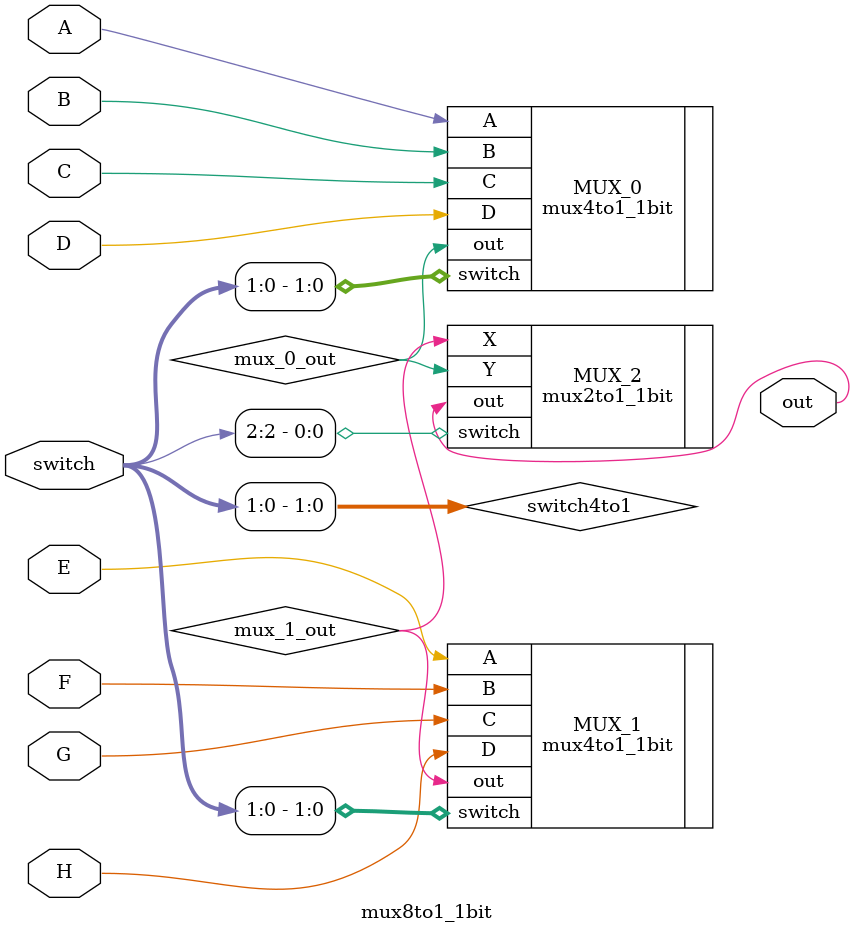
<source format=v>
`timescale 1ns / 1ps
`default_nettype none //helps catch typo-related bugs
module mux8to1_1bit(A,B,C,D,E,F,G,H, switch, out);

	//parameter definitions
	parameter Q = 1;
	
	input wire [Q-1:0] A,B,C,D,E,F,G,H;
	input wire [2:0] switch;
	output wire [Q-1:0] out;
	
	//this assigns which of the op-code digits to pass down to later muxes
	wire [1:0] switch4to1;
	assign switch4to1  = switch[1:0];

	//the actual muxing
	wire [Q-1:0] mux_0_out, mux_1_out;
	mux4to1_1bit MUX_0 (.A(A), .B(B), .C(C), .D(D), .switch(switch4to1), .out(mux_0_out));
	mux4to1_1bit MUX_1 (.A(E), .B(F), .C(G), .D(H), .switch(switch4to1), .out(mux_1_out));
	mux2to1_1bit MUX_2 (.X(mux_1_out), .Y(mux_0_out), .switch(switch[2]), .out(out));


endmodule
`default_nettype wire //some Xilinx IP requires that the default_nettype be set to wire

</source>
